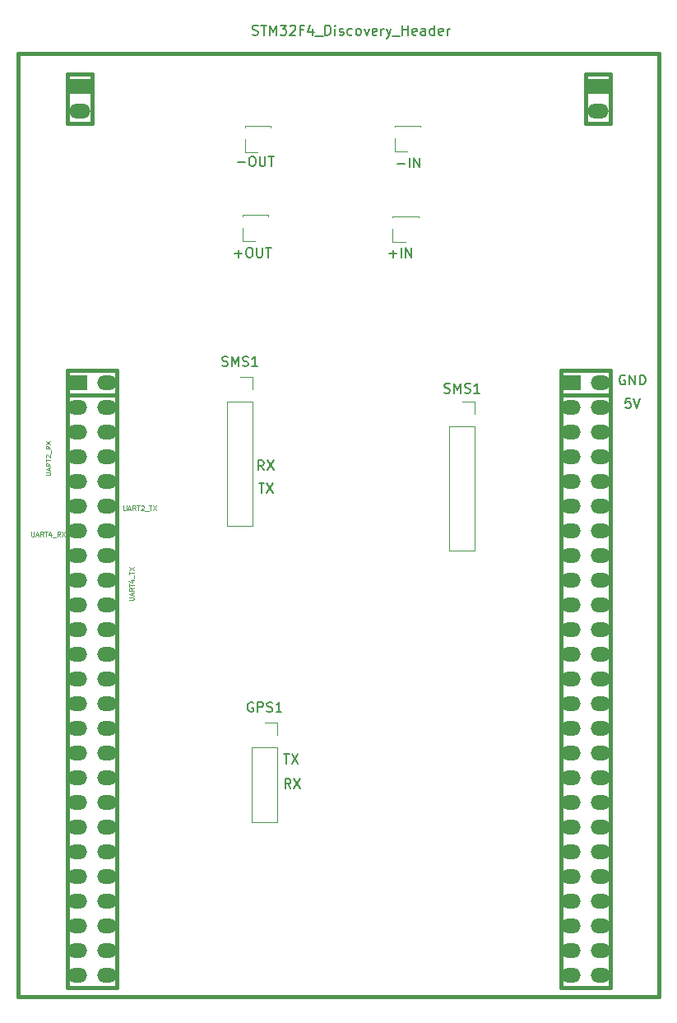
<source format=gbr>
%TF.GenerationSoftware,KiCad,Pcbnew,(7.0.0)*%
%TF.CreationDate,2023-05-29T14:56:51-06:00*%
%TF.ProjectId,GPS_TRACKER,4750535f-5452-4414-934b-45522e6b6963,rev?*%
%TF.SameCoordinates,Original*%
%TF.FileFunction,Legend,Top*%
%TF.FilePolarity,Positive*%
%FSLAX46Y46*%
G04 Gerber Fmt 4.6, Leading zero omitted, Abs format (unit mm)*
G04 Created by KiCad (PCBNEW (7.0.0)) date 2023-05-29 14:56:51*
%MOMM*%
%LPD*%
G01*
G04 APERTURE LIST*
%ADD10C,0.150000*%
%ADD11C,0.125000*%
%ADD12C,0.203200*%
%ADD13C,0.120000*%
%ADD14C,0.381000*%
%ADD15R,2.000000X1.500000*%
%ADD16O,2.000000X1.500000*%
%ADD17R,2.200000X1.500000*%
%ADD18O,2.200000X1.500000*%
G04 APERTURE END LIST*
D10*
X144190037Y-84594219D02*
X144761465Y-84594219D01*
X144475751Y-85594219D02*
X144475751Y-84594219D01*
X144999561Y-84594219D02*
X145666227Y-85594219D01*
X145666227Y-84594219D02*
X144999561Y-85594219D01*
D11*
X122255810Y-83726834D02*
X122660572Y-83726834D01*
X122660572Y-83726834D02*
X122708191Y-83703024D01*
X122708191Y-83703024D02*
X122732000Y-83679215D01*
X122732000Y-83679215D02*
X122755810Y-83631596D01*
X122755810Y-83631596D02*
X122755810Y-83536358D01*
X122755810Y-83536358D02*
X122732000Y-83488739D01*
X122732000Y-83488739D02*
X122708191Y-83464929D01*
X122708191Y-83464929D02*
X122660572Y-83441120D01*
X122660572Y-83441120D02*
X122255810Y-83441120D01*
X122612953Y-83226833D02*
X122612953Y-82988738D01*
X122755810Y-83274452D02*
X122255810Y-83107786D01*
X122255810Y-83107786D02*
X122755810Y-82941119D01*
X122755810Y-82488739D02*
X122517715Y-82655405D01*
X122755810Y-82774453D02*
X122255810Y-82774453D01*
X122255810Y-82774453D02*
X122255810Y-82583977D01*
X122255810Y-82583977D02*
X122279620Y-82536358D01*
X122279620Y-82536358D02*
X122303429Y-82512548D01*
X122303429Y-82512548D02*
X122351048Y-82488739D01*
X122351048Y-82488739D02*
X122422477Y-82488739D01*
X122422477Y-82488739D02*
X122470096Y-82512548D01*
X122470096Y-82512548D02*
X122493905Y-82536358D01*
X122493905Y-82536358D02*
X122517715Y-82583977D01*
X122517715Y-82583977D02*
X122517715Y-82774453D01*
X122255810Y-82345881D02*
X122255810Y-82060167D01*
X122755810Y-82203024D02*
X122255810Y-82203024D01*
X122303429Y-81917310D02*
X122279620Y-81893501D01*
X122279620Y-81893501D02*
X122255810Y-81845882D01*
X122255810Y-81845882D02*
X122255810Y-81726834D01*
X122255810Y-81726834D02*
X122279620Y-81679215D01*
X122279620Y-81679215D02*
X122303429Y-81655406D01*
X122303429Y-81655406D02*
X122351048Y-81631596D01*
X122351048Y-81631596D02*
X122398667Y-81631596D01*
X122398667Y-81631596D02*
X122470096Y-81655406D01*
X122470096Y-81655406D02*
X122755810Y-81941120D01*
X122755810Y-81941120D02*
X122755810Y-81631596D01*
X122803429Y-81536359D02*
X122803429Y-81155406D01*
X122755810Y-80750645D02*
X122517715Y-80917311D01*
X122755810Y-81036359D02*
X122255810Y-81036359D01*
X122255810Y-81036359D02*
X122255810Y-80845883D01*
X122255810Y-80845883D02*
X122279620Y-80798264D01*
X122279620Y-80798264D02*
X122303429Y-80774454D01*
X122303429Y-80774454D02*
X122351048Y-80750645D01*
X122351048Y-80750645D02*
X122422477Y-80750645D01*
X122422477Y-80750645D02*
X122470096Y-80774454D01*
X122470096Y-80774454D02*
X122493905Y-80798264D01*
X122493905Y-80798264D02*
X122517715Y-80845883D01*
X122517715Y-80845883D02*
X122517715Y-81036359D01*
X122255810Y-80583978D02*
X122755810Y-80250645D01*
X122255810Y-80250645D02*
X122755810Y-80583978D01*
X130813397Y-96569873D02*
X131218159Y-96569873D01*
X131218159Y-96569873D02*
X131265778Y-96546063D01*
X131265778Y-96546063D02*
X131289587Y-96522254D01*
X131289587Y-96522254D02*
X131313397Y-96474635D01*
X131313397Y-96474635D02*
X131313397Y-96379397D01*
X131313397Y-96379397D02*
X131289587Y-96331778D01*
X131289587Y-96331778D02*
X131265778Y-96307968D01*
X131265778Y-96307968D02*
X131218159Y-96284159D01*
X131218159Y-96284159D02*
X130813397Y-96284159D01*
X131170540Y-96069872D02*
X131170540Y-95831777D01*
X131313397Y-96117491D02*
X130813397Y-95950825D01*
X130813397Y-95950825D02*
X131313397Y-95784158D01*
X131313397Y-95331778D02*
X131075302Y-95498444D01*
X131313397Y-95617492D02*
X130813397Y-95617492D01*
X130813397Y-95617492D02*
X130813397Y-95427016D01*
X130813397Y-95427016D02*
X130837207Y-95379397D01*
X130837207Y-95379397D02*
X130861016Y-95355587D01*
X130861016Y-95355587D02*
X130908635Y-95331778D01*
X130908635Y-95331778D02*
X130980064Y-95331778D01*
X130980064Y-95331778D02*
X131027683Y-95355587D01*
X131027683Y-95355587D02*
X131051492Y-95379397D01*
X131051492Y-95379397D02*
X131075302Y-95427016D01*
X131075302Y-95427016D02*
X131075302Y-95617492D01*
X130813397Y-95188920D02*
X130813397Y-94903206D01*
X131313397Y-95046063D02*
X130813397Y-95046063D01*
X130980064Y-94522254D02*
X131313397Y-94522254D01*
X130789587Y-94641302D02*
X131146730Y-94760349D01*
X131146730Y-94760349D02*
X131146730Y-94450826D01*
X131361016Y-94379398D02*
X131361016Y-93998445D01*
X130813397Y-93950826D02*
X130813397Y-93665112D01*
X131313397Y-93807969D02*
X130813397Y-93807969D01*
X130813397Y-93546065D02*
X131313397Y-93212732D01*
X130813397Y-93212732D02*
X131313397Y-93546065D01*
D10*
X144703424Y-83227993D02*
X144370091Y-82751803D01*
X144131996Y-83227993D02*
X144131996Y-82227993D01*
X144131996Y-82227993D02*
X144512948Y-82227993D01*
X144512948Y-82227993D02*
X144608186Y-82275613D01*
X144608186Y-82275613D02*
X144655805Y-82323232D01*
X144655805Y-82323232D02*
X144703424Y-82418470D01*
X144703424Y-82418470D02*
X144703424Y-82561327D01*
X144703424Y-82561327D02*
X144655805Y-82656565D01*
X144655805Y-82656565D02*
X144608186Y-82704184D01*
X144608186Y-82704184D02*
X144512948Y-82751803D01*
X144512948Y-82751803D02*
X144131996Y-82751803D01*
X145036758Y-82227993D02*
X145703424Y-83227993D01*
X145703424Y-82227993D02*
X145036758Y-83227993D01*
X157607143Y-60946428D02*
X158369048Y-60946428D01*
X157988095Y-61327380D02*
X157988095Y-60565476D01*
X158845238Y-61327380D02*
X158845238Y-60327380D01*
X159321428Y-61327380D02*
X159321428Y-60327380D01*
X159321428Y-60327380D02*
X159892856Y-61327380D01*
X159892856Y-61327380D02*
X159892856Y-60327380D01*
X158450776Y-51705885D02*
X159212681Y-51705885D01*
X159688871Y-52086837D02*
X159688871Y-51086837D01*
X160165061Y-52086837D02*
X160165061Y-51086837D01*
X160165061Y-51086837D02*
X160736489Y-52086837D01*
X160736489Y-52086837D02*
X160736489Y-51086837D01*
X182427065Y-75834123D02*
X181950875Y-75834123D01*
X181950875Y-75834123D02*
X181903256Y-76310314D01*
X181903256Y-76310314D02*
X181950875Y-76262695D01*
X181950875Y-76262695D02*
X182046113Y-76215076D01*
X182046113Y-76215076D02*
X182284208Y-76215076D01*
X182284208Y-76215076D02*
X182379446Y-76262695D01*
X182379446Y-76262695D02*
X182427065Y-76310314D01*
X182427065Y-76310314D02*
X182474684Y-76405552D01*
X182474684Y-76405552D02*
X182474684Y-76643647D01*
X182474684Y-76643647D02*
X182427065Y-76738885D01*
X182427065Y-76738885D02*
X182379446Y-76786504D01*
X182379446Y-76786504D02*
X182284208Y-76834123D01*
X182284208Y-76834123D02*
X182046113Y-76834123D01*
X182046113Y-76834123D02*
X181950875Y-76786504D01*
X181950875Y-76786504D02*
X181903256Y-76738885D01*
X182760399Y-75834123D02*
X183093732Y-76834123D01*
X183093732Y-76834123D02*
X183427065Y-75834123D01*
X146761918Y-112401652D02*
X147333346Y-112401652D01*
X147047632Y-113401652D02*
X147047632Y-112401652D01*
X147571442Y-112401652D02*
X148238108Y-113401652D01*
X148238108Y-112401652D02*
X147571442Y-113401652D01*
X141700476Y-60946428D02*
X142462381Y-60946428D01*
X142081428Y-61327380D02*
X142081428Y-60565476D01*
X143129047Y-60327380D02*
X143319523Y-60327380D01*
X143319523Y-60327380D02*
X143414761Y-60375000D01*
X143414761Y-60375000D02*
X143509999Y-60470238D01*
X143509999Y-60470238D02*
X143557618Y-60660714D01*
X143557618Y-60660714D02*
X143557618Y-60994047D01*
X143557618Y-60994047D02*
X143509999Y-61184523D01*
X143509999Y-61184523D02*
X143414761Y-61279761D01*
X143414761Y-61279761D02*
X143319523Y-61327380D01*
X143319523Y-61327380D02*
X143129047Y-61327380D01*
X143129047Y-61327380D02*
X143033809Y-61279761D01*
X143033809Y-61279761D02*
X142938571Y-61184523D01*
X142938571Y-61184523D02*
X142890952Y-60994047D01*
X142890952Y-60994047D02*
X142890952Y-60660714D01*
X142890952Y-60660714D02*
X142938571Y-60470238D01*
X142938571Y-60470238D02*
X143033809Y-60375000D01*
X143033809Y-60375000D02*
X143129047Y-60327380D01*
X143986190Y-60327380D02*
X143986190Y-61136904D01*
X143986190Y-61136904D02*
X144033809Y-61232142D01*
X144033809Y-61232142D02*
X144081428Y-61279761D01*
X144081428Y-61279761D02*
X144176666Y-61327380D01*
X144176666Y-61327380D02*
X144367142Y-61327380D01*
X144367142Y-61327380D02*
X144462380Y-61279761D01*
X144462380Y-61279761D02*
X144509999Y-61232142D01*
X144509999Y-61232142D02*
X144557618Y-61136904D01*
X144557618Y-61136904D02*
X144557618Y-60327380D01*
X144890952Y-60327380D02*
X145462380Y-60327380D01*
X145176666Y-61327380D02*
X145176666Y-60327380D01*
D11*
X120769047Y-89561190D02*
X120769047Y-89965952D01*
X120769047Y-89965952D02*
X120792857Y-90013571D01*
X120792857Y-90013571D02*
X120816666Y-90037380D01*
X120816666Y-90037380D02*
X120864285Y-90061190D01*
X120864285Y-90061190D02*
X120959523Y-90061190D01*
X120959523Y-90061190D02*
X121007142Y-90037380D01*
X121007142Y-90037380D02*
X121030952Y-90013571D01*
X121030952Y-90013571D02*
X121054761Y-89965952D01*
X121054761Y-89965952D02*
X121054761Y-89561190D01*
X121269048Y-89918333D02*
X121507143Y-89918333D01*
X121221429Y-90061190D02*
X121388095Y-89561190D01*
X121388095Y-89561190D02*
X121554762Y-90061190D01*
X122007142Y-90061190D02*
X121840476Y-89823095D01*
X121721428Y-90061190D02*
X121721428Y-89561190D01*
X121721428Y-89561190D02*
X121911904Y-89561190D01*
X121911904Y-89561190D02*
X121959523Y-89585000D01*
X121959523Y-89585000D02*
X121983333Y-89608809D01*
X121983333Y-89608809D02*
X122007142Y-89656428D01*
X122007142Y-89656428D02*
X122007142Y-89727857D01*
X122007142Y-89727857D02*
X121983333Y-89775476D01*
X121983333Y-89775476D02*
X121959523Y-89799285D01*
X121959523Y-89799285D02*
X121911904Y-89823095D01*
X121911904Y-89823095D02*
X121721428Y-89823095D01*
X122150000Y-89561190D02*
X122435714Y-89561190D01*
X122292857Y-90061190D02*
X122292857Y-89561190D01*
X122816666Y-89727857D02*
X122816666Y-90061190D01*
X122697618Y-89537380D02*
X122578571Y-89894523D01*
X122578571Y-89894523D02*
X122888094Y-89894523D01*
X122959523Y-90108809D02*
X123340475Y-90108809D01*
X123745236Y-90061190D02*
X123578570Y-89823095D01*
X123459522Y-90061190D02*
X123459522Y-89561190D01*
X123459522Y-89561190D02*
X123649998Y-89561190D01*
X123649998Y-89561190D02*
X123697617Y-89585000D01*
X123697617Y-89585000D02*
X123721427Y-89608809D01*
X123721427Y-89608809D02*
X123745236Y-89656428D01*
X123745236Y-89656428D02*
X123745236Y-89727857D01*
X123745236Y-89727857D02*
X123721427Y-89775476D01*
X123721427Y-89775476D02*
X123697617Y-89799285D01*
X123697617Y-89799285D02*
X123649998Y-89823095D01*
X123649998Y-89823095D02*
X123459522Y-89823095D01*
X123911903Y-89561190D02*
X124245236Y-90061190D01*
X124245236Y-89561190D02*
X123911903Y-90061190D01*
X130260498Y-86875487D02*
X130260498Y-87280249D01*
X130260498Y-87280249D02*
X130284308Y-87327868D01*
X130284308Y-87327868D02*
X130308117Y-87351677D01*
X130308117Y-87351677D02*
X130355736Y-87375487D01*
X130355736Y-87375487D02*
X130450974Y-87375487D01*
X130450974Y-87375487D02*
X130498593Y-87351677D01*
X130498593Y-87351677D02*
X130522403Y-87327868D01*
X130522403Y-87327868D02*
X130546212Y-87280249D01*
X130546212Y-87280249D02*
X130546212Y-86875487D01*
X130760499Y-87232630D02*
X130998594Y-87232630D01*
X130712880Y-87375487D02*
X130879546Y-86875487D01*
X130879546Y-86875487D02*
X131046213Y-87375487D01*
X131498593Y-87375487D02*
X131331927Y-87137392D01*
X131212879Y-87375487D02*
X131212879Y-86875487D01*
X131212879Y-86875487D02*
X131403355Y-86875487D01*
X131403355Y-86875487D02*
X131450974Y-86899297D01*
X131450974Y-86899297D02*
X131474784Y-86923106D01*
X131474784Y-86923106D02*
X131498593Y-86970725D01*
X131498593Y-86970725D02*
X131498593Y-87042154D01*
X131498593Y-87042154D02*
X131474784Y-87089773D01*
X131474784Y-87089773D02*
X131450974Y-87113582D01*
X131450974Y-87113582D02*
X131403355Y-87137392D01*
X131403355Y-87137392D02*
X131212879Y-87137392D01*
X131641451Y-86875487D02*
X131927165Y-86875487D01*
X131784308Y-87375487D02*
X131784308Y-86875487D01*
X132070022Y-86923106D02*
X132093831Y-86899297D01*
X132093831Y-86899297D02*
X132141450Y-86875487D01*
X132141450Y-86875487D02*
X132260498Y-86875487D01*
X132260498Y-86875487D02*
X132308117Y-86899297D01*
X132308117Y-86899297D02*
X132331926Y-86923106D01*
X132331926Y-86923106D02*
X132355736Y-86970725D01*
X132355736Y-86970725D02*
X132355736Y-87018344D01*
X132355736Y-87018344D02*
X132331926Y-87089773D01*
X132331926Y-87089773D02*
X132046212Y-87375487D01*
X132046212Y-87375487D02*
X132355736Y-87375487D01*
X132450974Y-87423106D02*
X132831926Y-87423106D01*
X132879545Y-86875487D02*
X133165259Y-86875487D01*
X133022402Y-87375487D02*
X133022402Y-86875487D01*
X133284306Y-86875487D02*
X133617639Y-87375487D01*
X133617639Y-86875487D02*
X133284306Y-87375487D01*
D10*
X147476488Y-115950598D02*
X147143155Y-115474408D01*
X146905060Y-115950598D02*
X146905060Y-114950598D01*
X146905060Y-114950598D02*
X147286012Y-114950598D01*
X147286012Y-114950598D02*
X147381250Y-114998218D01*
X147381250Y-114998218D02*
X147428869Y-115045837D01*
X147428869Y-115045837D02*
X147476488Y-115141075D01*
X147476488Y-115141075D02*
X147476488Y-115283932D01*
X147476488Y-115283932D02*
X147428869Y-115379170D01*
X147428869Y-115379170D02*
X147381250Y-115426789D01*
X147381250Y-115426789D02*
X147286012Y-115474408D01*
X147286012Y-115474408D02*
X146905060Y-115474408D01*
X147809822Y-114950598D02*
X148476488Y-115950598D01*
X148476488Y-114950598D02*
X147809822Y-115950598D01*
X141993691Y-51567546D02*
X142755596Y-51567546D01*
X143422262Y-50948498D02*
X143612738Y-50948498D01*
X143612738Y-50948498D02*
X143707976Y-50996118D01*
X143707976Y-50996118D02*
X143803214Y-51091356D01*
X143803214Y-51091356D02*
X143850833Y-51281832D01*
X143850833Y-51281832D02*
X143850833Y-51615165D01*
X143850833Y-51615165D02*
X143803214Y-51805641D01*
X143803214Y-51805641D02*
X143707976Y-51900879D01*
X143707976Y-51900879D02*
X143612738Y-51948498D01*
X143612738Y-51948498D02*
X143422262Y-51948498D01*
X143422262Y-51948498D02*
X143327024Y-51900879D01*
X143327024Y-51900879D02*
X143231786Y-51805641D01*
X143231786Y-51805641D02*
X143184167Y-51615165D01*
X143184167Y-51615165D02*
X143184167Y-51281832D01*
X143184167Y-51281832D02*
X143231786Y-51091356D01*
X143231786Y-51091356D02*
X143327024Y-50996118D01*
X143327024Y-50996118D02*
X143422262Y-50948498D01*
X144279405Y-50948498D02*
X144279405Y-51758022D01*
X144279405Y-51758022D02*
X144327024Y-51853260D01*
X144327024Y-51853260D02*
X144374643Y-51900879D01*
X144374643Y-51900879D02*
X144469881Y-51948498D01*
X144469881Y-51948498D02*
X144660357Y-51948498D01*
X144660357Y-51948498D02*
X144755595Y-51900879D01*
X144755595Y-51900879D02*
X144803214Y-51853260D01*
X144803214Y-51853260D02*
X144850833Y-51758022D01*
X144850833Y-51758022D02*
X144850833Y-50948498D01*
X145184167Y-50948498D02*
X145755595Y-50948498D01*
X145469881Y-51948498D02*
X145469881Y-50948498D01*
X181878559Y-73476688D02*
X181783321Y-73429068D01*
X181783321Y-73429068D02*
X181640464Y-73429068D01*
X181640464Y-73429068D02*
X181497607Y-73476688D01*
X181497607Y-73476688D02*
X181402369Y-73571926D01*
X181402369Y-73571926D02*
X181354750Y-73667164D01*
X181354750Y-73667164D02*
X181307131Y-73857640D01*
X181307131Y-73857640D02*
X181307131Y-74000497D01*
X181307131Y-74000497D02*
X181354750Y-74190973D01*
X181354750Y-74190973D02*
X181402369Y-74286211D01*
X181402369Y-74286211D02*
X181497607Y-74381449D01*
X181497607Y-74381449D02*
X181640464Y-74429068D01*
X181640464Y-74429068D02*
X181735702Y-74429068D01*
X181735702Y-74429068D02*
X181878559Y-74381449D01*
X181878559Y-74381449D02*
X181926178Y-74333830D01*
X181926178Y-74333830D02*
X181926178Y-74000497D01*
X181926178Y-74000497D02*
X181735702Y-74000497D01*
X182354750Y-74429068D02*
X182354750Y-73429068D01*
X182354750Y-73429068D02*
X182926178Y-74429068D01*
X182926178Y-74429068D02*
X182926178Y-73429068D01*
X183402369Y-74429068D02*
X183402369Y-73429068D01*
X183402369Y-73429068D02*
X183640464Y-73429068D01*
X183640464Y-73429068D02*
X183783321Y-73476688D01*
X183783321Y-73476688D02*
X183878559Y-73571926D01*
X183878559Y-73571926D02*
X183926178Y-73667164D01*
X183926178Y-73667164D02*
X183973797Y-73857640D01*
X183973797Y-73857640D02*
X183973797Y-74000497D01*
X183973797Y-74000497D02*
X183926178Y-74190973D01*
X183926178Y-74190973D02*
X183878559Y-74286211D01*
X183878559Y-74286211D02*
X183783321Y-74381449D01*
X183783321Y-74381449D02*
X183640464Y-74429068D01*
X183640464Y-74429068D02*
X183402369Y-74429068D01*
%TO.C,SMS1*%
X140430476Y-72479761D02*
X140573333Y-72527380D01*
X140573333Y-72527380D02*
X140811428Y-72527380D01*
X140811428Y-72527380D02*
X140906666Y-72479761D01*
X140906666Y-72479761D02*
X140954285Y-72432142D01*
X140954285Y-72432142D02*
X141001904Y-72336904D01*
X141001904Y-72336904D02*
X141001904Y-72241666D01*
X141001904Y-72241666D02*
X140954285Y-72146428D01*
X140954285Y-72146428D02*
X140906666Y-72098809D01*
X140906666Y-72098809D02*
X140811428Y-72051190D01*
X140811428Y-72051190D02*
X140620952Y-72003571D01*
X140620952Y-72003571D02*
X140525714Y-71955952D01*
X140525714Y-71955952D02*
X140478095Y-71908333D01*
X140478095Y-71908333D02*
X140430476Y-71813095D01*
X140430476Y-71813095D02*
X140430476Y-71717857D01*
X140430476Y-71717857D02*
X140478095Y-71622619D01*
X140478095Y-71622619D02*
X140525714Y-71575000D01*
X140525714Y-71575000D02*
X140620952Y-71527380D01*
X140620952Y-71527380D02*
X140859047Y-71527380D01*
X140859047Y-71527380D02*
X141001904Y-71575000D01*
X141430476Y-72527380D02*
X141430476Y-71527380D01*
X141430476Y-71527380D02*
X141763809Y-72241666D01*
X141763809Y-72241666D02*
X142097142Y-71527380D01*
X142097142Y-71527380D02*
X142097142Y-72527380D01*
X142525714Y-72479761D02*
X142668571Y-72527380D01*
X142668571Y-72527380D02*
X142906666Y-72527380D01*
X142906666Y-72527380D02*
X143001904Y-72479761D01*
X143001904Y-72479761D02*
X143049523Y-72432142D01*
X143049523Y-72432142D02*
X143097142Y-72336904D01*
X143097142Y-72336904D02*
X143097142Y-72241666D01*
X143097142Y-72241666D02*
X143049523Y-72146428D01*
X143049523Y-72146428D02*
X143001904Y-72098809D01*
X143001904Y-72098809D02*
X142906666Y-72051190D01*
X142906666Y-72051190D02*
X142716190Y-72003571D01*
X142716190Y-72003571D02*
X142620952Y-71955952D01*
X142620952Y-71955952D02*
X142573333Y-71908333D01*
X142573333Y-71908333D02*
X142525714Y-71813095D01*
X142525714Y-71813095D02*
X142525714Y-71717857D01*
X142525714Y-71717857D02*
X142573333Y-71622619D01*
X142573333Y-71622619D02*
X142620952Y-71575000D01*
X142620952Y-71575000D02*
X142716190Y-71527380D01*
X142716190Y-71527380D02*
X142954285Y-71527380D01*
X142954285Y-71527380D02*
X143097142Y-71575000D01*
X144049523Y-72527380D02*
X143478095Y-72527380D01*
X143763809Y-72527380D02*
X143763809Y-71527380D01*
X143763809Y-71527380D02*
X143668571Y-71670238D01*
X143668571Y-71670238D02*
X143573333Y-71765476D01*
X143573333Y-71765476D02*
X143478095Y-71813095D01*
%TO.C,GPS1*%
X143589523Y-107135000D02*
X143494285Y-107087380D01*
X143494285Y-107087380D02*
X143351428Y-107087380D01*
X143351428Y-107087380D02*
X143208571Y-107135000D01*
X143208571Y-107135000D02*
X143113333Y-107230238D01*
X143113333Y-107230238D02*
X143065714Y-107325476D01*
X143065714Y-107325476D02*
X143018095Y-107515952D01*
X143018095Y-107515952D02*
X143018095Y-107658809D01*
X143018095Y-107658809D02*
X143065714Y-107849285D01*
X143065714Y-107849285D02*
X143113333Y-107944523D01*
X143113333Y-107944523D02*
X143208571Y-108039761D01*
X143208571Y-108039761D02*
X143351428Y-108087380D01*
X143351428Y-108087380D02*
X143446666Y-108087380D01*
X143446666Y-108087380D02*
X143589523Y-108039761D01*
X143589523Y-108039761D02*
X143637142Y-107992142D01*
X143637142Y-107992142D02*
X143637142Y-107658809D01*
X143637142Y-107658809D02*
X143446666Y-107658809D01*
X144065714Y-108087380D02*
X144065714Y-107087380D01*
X144065714Y-107087380D02*
X144446666Y-107087380D01*
X144446666Y-107087380D02*
X144541904Y-107135000D01*
X144541904Y-107135000D02*
X144589523Y-107182619D01*
X144589523Y-107182619D02*
X144637142Y-107277857D01*
X144637142Y-107277857D02*
X144637142Y-107420714D01*
X144637142Y-107420714D02*
X144589523Y-107515952D01*
X144589523Y-107515952D02*
X144541904Y-107563571D01*
X144541904Y-107563571D02*
X144446666Y-107611190D01*
X144446666Y-107611190D02*
X144065714Y-107611190D01*
X145018095Y-108039761D02*
X145160952Y-108087380D01*
X145160952Y-108087380D02*
X145399047Y-108087380D01*
X145399047Y-108087380D02*
X145494285Y-108039761D01*
X145494285Y-108039761D02*
X145541904Y-107992142D01*
X145541904Y-107992142D02*
X145589523Y-107896904D01*
X145589523Y-107896904D02*
X145589523Y-107801666D01*
X145589523Y-107801666D02*
X145541904Y-107706428D01*
X145541904Y-107706428D02*
X145494285Y-107658809D01*
X145494285Y-107658809D02*
X145399047Y-107611190D01*
X145399047Y-107611190D02*
X145208571Y-107563571D01*
X145208571Y-107563571D02*
X145113333Y-107515952D01*
X145113333Y-107515952D02*
X145065714Y-107468333D01*
X145065714Y-107468333D02*
X145018095Y-107373095D01*
X145018095Y-107373095D02*
X145018095Y-107277857D01*
X145018095Y-107277857D02*
X145065714Y-107182619D01*
X145065714Y-107182619D02*
X145113333Y-107135000D01*
X145113333Y-107135000D02*
X145208571Y-107087380D01*
X145208571Y-107087380D02*
X145446666Y-107087380D01*
X145446666Y-107087380D02*
X145589523Y-107135000D01*
X146541904Y-108087380D02*
X145970476Y-108087380D01*
X146256190Y-108087380D02*
X146256190Y-107087380D01*
X146256190Y-107087380D02*
X146160952Y-107230238D01*
X146160952Y-107230238D02*
X146065714Y-107325476D01*
X146065714Y-107325476D02*
X145970476Y-107373095D01*
%TO.C,SMS1*%
X163290476Y-75249761D02*
X163433333Y-75297380D01*
X163433333Y-75297380D02*
X163671428Y-75297380D01*
X163671428Y-75297380D02*
X163766666Y-75249761D01*
X163766666Y-75249761D02*
X163814285Y-75202142D01*
X163814285Y-75202142D02*
X163861904Y-75106904D01*
X163861904Y-75106904D02*
X163861904Y-75011666D01*
X163861904Y-75011666D02*
X163814285Y-74916428D01*
X163814285Y-74916428D02*
X163766666Y-74868809D01*
X163766666Y-74868809D02*
X163671428Y-74821190D01*
X163671428Y-74821190D02*
X163480952Y-74773571D01*
X163480952Y-74773571D02*
X163385714Y-74725952D01*
X163385714Y-74725952D02*
X163338095Y-74678333D01*
X163338095Y-74678333D02*
X163290476Y-74583095D01*
X163290476Y-74583095D02*
X163290476Y-74487857D01*
X163290476Y-74487857D02*
X163338095Y-74392619D01*
X163338095Y-74392619D02*
X163385714Y-74345000D01*
X163385714Y-74345000D02*
X163480952Y-74297380D01*
X163480952Y-74297380D02*
X163719047Y-74297380D01*
X163719047Y-74297380D02*
X163861904Y-74345000D01*
X164290476Y-75297380D02*
X164290476Y-74297380D01*
X164290476Y-74297380D02*
X164623809Y-75011666D01*
X164623809Y-75011666D02*
X164957142Y-74297380D01*
X164957142Y-74297380D02*
X164957142Y-75297380D01*
X165385714Y-75249761D02*
X165528571Y-75297380D01*
X165528571Y-75297380D02*
X165766666Y-75297380D01*
X165766666Y-75297380D02*
X165861904Y-75249761D01*
X165861904Y-75249761D02*
X165909523Y-75202142D01*
X165909523Y-75202142D02*
X165957142Y-75106904D01*
X165957142Y-75106904D02*
X165957142Y-75011666D01*
X165957142Y-75011666D02*
X165909523Y-74916428D01*
X165909523Y-74916428D02*
X165861904Y-74868809D01*
X165861904Y-74868809D02*
X165766666Y-74821190D01*
X165766666Y-74821190D02*
X165576190Y-74773571D01*
X165576190Y-74773571D02*
X165480952Y-74725952D01*
X165480952Y-74725952D02*
X165433333Y-74678333D01*
X165433333Y-74678333D02*
X165385714Y-74583095D01*
X165385714Y-74583095D02*
X165385714Y-74487857D01*
X165385714Y-74487857D02*
X165433333Y-74392619D01*
X165433333Y-74392619D02*
X165480952Y-74345000D01*
X165480952Y-74345000D02*
X165576190Y-74297380D01*
X165576190Y-74297380D02*
X165814285Y-74297380D01*
X165814285Y-74297380D02*
X165957142Y-74345000D01*
X166909523Y-75297380D02*
X166338095Y-75297380D01*
X166623809Y-75297380D02*
X166623809Y-74297380D01*
X166623809Y-74297380D02*
X166528571Y-74440238D01*
X166528571Y-74440238D02*
X166433333Y-74535476D01*
X166433333Y-74535476D02*
X166338095Y-74583095D01*
D12*
%TO.C,STM32F4_Discovery_Header*%
X143534191Y-38424878D02*
X143679334Y-38473259D01*
X143679334Y-38473259D02*
X143921239Y-38473259D01*
X143921239Y-38473259D02*
X144018001Y-38424878D01*
X144018001Y-38424878D02*
X144066382Y-38376497D01*
X144066382Y-38376497D02*
X144114763Y-38279735D01*
X144114763Y-38279735D02*
X144114763Y-38182973D01*
X144114763Y-38182973D02*
X144066382Y-38086211D01*
X144066382Y-38086211D02*
X144018001Y-38037830D01*
X144018001Y-38037830D02*
X143921239Y-37989449D01*
X143921239Y-37989449D02*
X143727715Y-37941068D01*
X143727715Y-37941068D02*
X143630953Y-37892687D01*
X143630953Y-37892687D02*
X143582572Y-37844306D01*
X143582572Y-37844306D02*
X143534191Y-37747544D01*
X143534191Y-37747544D02*
X143534191Y-37650782D01*
X143534191Y-37650782D02*
X143582572Y-37554020D01*
X143582572Y-37554020D02*
X143630953Y-37505640D01*
X143630953Y-37505640D02*
X143727715Y-37457259D01*
X143727715Y-37457259D02*
X143969620Y-37457259D01*
X143969620Y-37457259D02*
X144114763Y-37505640D01*
X144405048Y-37457259D02*
X144985620Y-37457259D01*
X144695334Y-38473259D02*
X144695334Y-37457259D01*
X145324286Y-38473259D02*
X145324286Y-37457259D01*
X145324286Y-37457259D02*
X145662953Y-38182973D01*
X145662953Y-38182973D02*
X146001620Y-37457259D01*
X146001620Y-37457259D02*
X146001620Y-38473259D01*
X146388667Y-37457259D02*
X147017620Y-37457259D01*
X147017620Y-37457259D02*
X146678953Y-37844306D01*
X146678953Y-37844306D02*
X146824096Y-37844306D01*
X146824096Y-37844306D02*
X146920858Y-37892687D01*
X146920858Y-37892687D02*
X146969239Y-37941068D01*
X146969239Y-37941068D02*
X147017620Y-38037830D01*
X147017620Y-38037830D02*
X147017620Y-38279735D01*
X147017620Y-38279735D02*
X146969239Y-38376497D01*
X146969239Y-38376497D02*
X146920858Y-38424878D01*
X146920858Y-38424878D02*
X146824096Y-38473259D01*
X146824096Y-38473259D02*
X146533810Y-38473259D01*
X146533810Y-38473259D02*
X146437048Y-38424878D01*
X146437048Y-38424878D02*
X146388667Y-38376497D01*
X147404667Y-37554020D02*
X147453048Y-37505640D01*
X147453048Y-37505640D02*
X147549810Y-37457259D01*
X147549810Y-37457259D02*
X147791715Y-37457259D01*
X147791715Y-37457259D02*
X147888477Y-37505640D01*
X147888477Y-37505640D02*
X147936858Y-37554020D01*
X147936858Y-37554020D02*
X147985239Y-37650782D01*
X147985239Y-37650782D02*
X147985239Y-37747544D01*
X147985239Y-37747544D02*
X147936858Y-37892687D01*
X147936858Y-37892687D02*
X147356286Y-38473259D01*
X147356286Y-38473259D02*
X147985239Y-38473259D01*
X148759334Y-37941068D02*
X148420667Y-37941068D01*
X148420667Y-38473259D02*
X148420667Y-37457259D01*
X148420667Y-37457259D02*
X148904477Y-37457259D01*
X149726953Y-37795925D02*
X149726953Y-38473259D01*
X149485048Y-37408878D02*
X149243143Y-38134592D01*
X149243143Y-38134592D02*
X149872096Y-38134592D01*
X150017239Y-38570020D02*
X150791334Y-38570020D01*
X151033238Y-38473259D02*
X151033238Y-37457259D01*
X151033238Y-37457259D02*
X151275143Y-37457259D01*
X151275143Y-37457259D02*
X151420286Y-37505640D01*
X151420286Y-37505640D02*
X151517048Y-37602401D01*
X151517048Y-37602401D02*
X151565429Y-37699163D01*
X151565429Y-37699163D02*
X151613810Y-37892687D01*
X151613810Y-37892687D02*
X151613810Y-38037830D01*
X151613810Y-38037830D02*
X151565429Y-38231354D01*
X151565429Y-38231354D02*
X151517048Y-38328116D01*
X151517048Y-38328116D02*
X151420286Y-38424878D01*
X151420286Y-38424878D02*
X151275143Y-38473259D01*
X151275143Y-38473259D02*
X151033238Y-38473259D01*
X152049238Y-38473259D02*
X152049238Y-37795925D01*
X152049238Y-37457259D02*
X152000857Y-37505640D01*
X152000857Y-37505640D02*
X152049238Y-37554020D01*
X152049238Y-37554020D02*
X152097619Y-37505640D01*
X152097619Y-37505640D02*
X152049238Y-37457259D01*
X152049238Y-37457259D02*
X152049238Y-37554020D01*
X152484667Y-38424878D02*
X152581429Y-38473259D01*
X152581429Y-38473259D02*
X152774953Y-38473259D01*
X152774953Y-38473259D02*
X152871715Y-38424878D01*
X152871715Y-38424878D02*
X152920096Y-38328116D01*
X152920096Y-38328116D02*
X152920096Y-38279735D01*
X152920096Y-38279735D02*
X152871715Y-38182973D01*
X152871715Y-38182973D02*
X152774953Y-38134592D01*
X152774953Y-38134592D02*
X152629810Y-38134592D01*
X152629810Y-38134592D02*
X152533048Y-38086211D01*
X152533048Y-38086211D02*
X152484667Y-37989449D01*
X152484667Y-37989449D02*
X152484667Y-37941068D01*
X152484667Y-37941068D02*
X152533048Y-37844306D01*
X152533048Y-37844306D02*
X152629810Y-37795925D01*
X152629810Y-37795925D02*
X152774953Y-37795925D01*
X152774953Y-37795925D02*
X152871715Y-37844306D01*
X153790953Y-38424878D02*
X153694191Y-38473259D01*
X153694191Y-38473259D02*
X153500667Y-38473259D01*
X153500667Y-38473259D02*
X153403905Y-38424878D01*
X153403905Y-38424878D02*
X153355524Y-38376497D01*
X153355524Y-38376497D02*
X153307143Y-38279735D01*
X153307143Y-38279735D02*
X153307143Y-37989449D01*
X153307143Y-37989449D02*
X153355524Y-37892687D01*
X153355524Y-37892687D02*
X153403905Y-37844306D01*
X153403905Y-37844306D02*
X153500667Y-37795925D01*
X153500667Y-37795925D02*
X153694191Y-37795925D01*
X153694191Y-37795925D02*
X153790953Y-37844306D01*
X154371524Y-38473259D02*
X154274762Y-38424878D01*
X154274762Y-38424878D02*
X154226381Y-38376497D01*
X154226381Y-38376497D02*
X154178000Y-38279735D01*
X154178000Y-38279735D02*
X154178000Y-37989449D01*
X154178000Y-37989449D02*
X154226381Y-37892687D01*
X154226381Y-37892687D02*
X154274762Y-37844306D01*
X154274762Y-37844306D02*
X154371524Y-37795925D01*
X154371524Y-37795925D02*
X154516667Y-37795925D01*
X154516667Y-37795925D02*
X154613429Y-37844306D01*
X154613429Y-37844306D02*
X154661810Y-37892687D01*
X154661810Y-37892687D02*
X154710191Y-37989449D01*
X154710191Y-37989449D02*
X154710191Y-38279735D01*
X154710191Y-38279735D02*
X154661810Y-38376497D01*
X154661810Y-38376497D02*
X154613429Y-38424878D01*
X154613429Y-38424878D02*
X154516667Y-38473259D01*
X154516667Y-38473259D02*
X154371524Y-38473259D01*
X155048857Y-37795925D02*
X155290762Y-38473259D01*
X155290762Y-38473259D02*
X155532667Y-37795925D01*
X156306762Y-38424878D02*
X156210000Y-38473259D01*
X156210000Y-38473259D02*
X156016476Y-38473259D01*
X156016476Y-38473259D02*
X155919714Y-38424878D01*
X155919714Y-38424878D02*
X155871333Y-38328116D01*
X155871333Y-38328116D02*
X155871333Y-37941068D01*
X155871333Y-37941068D02*
X155919714Y-37844306D01*
X155919714Y-37844306D02*
X156016476Y-37795925D01*
X156016476Y-37795925D02*
X156210000Y-37795925D01*
X156210000Y-37795925D02*
X156306762Y-37844306D01*
X156306762Y-37844306D02*
X156355143Y-37941068D01*
X156355143Y-37941068D02*
X156355143Y-38037830D01*
X156355143Y-38037830D02*
X155871333Y-38134592D01*
X156790571Y-38473259D02*
X156790571Y-37795925D01*
X156790571Y-37989449D02*
X156838952Y-37892687D01*
X156838952Y-37892687D02*
X156887333Y-37844306D01*
X156887333Y-37844306D02*
X156984095Y-37795925D01*
X156984095Y-37795925D02*
X157080857Y-37795925D01*
X157322761Y-37795925D02*
X157564666Y-38473259D01*
X157806571Y-37795925D02*
X157564666Y-38473259D01*
X157564666Y-38473259D02*
X157467904Y-38715163D01*
X157467904Y-38715163D02*
X157419523Y-38763544D01*
X157419523Y-38763544D02*
X157322761Y-38811925D01*
X157951714Y-38570020D02*
X158725809Y-38570020D01*
X158967713Y-38473259D02*
X158967713Y-37457259D01*
X158967713Y-37941068D02*
X159548285Y-37941068D01*
X159548285Y-38473259D02*
X159548285Y-37457259D01*
X160419142Y-38424878D02*
X160322380Y-38473259D01*
X160322380Y-38473259D02*
X160128856Y-38473259D01*
X160128856Y-38473259D02*
X160032094Y-38424878D01*
X160032094Y-38424878D02*
X159983713Y-38328116D01*
X159983713Y-38328116D02*
X159983713Y-37941068D01*
X159983713Y-37941068D02*
X160032094Y-37844306D01*
X160032094Y-37844306D02*
X160128856Y-37795925D01*
X160128856Y-37795925D02*
X160322380Y-37795925D01*
X160322380Y-37795925D02*
X160419142Y-37844306D01*
X160419142Y-37844306D02*
X160467523Y-37941068D01*
X160467523Y-37941068D02*
X160467523Y-38037830D01*
X160467523Y-38037830D02*
X159983713Y-38134592D01*
X161338380Y-38473259D02*
X161338380Y-37941068D01*
X161338380Y-37941068D02*
X161289999Y-37844306D01*
X161289999Y-37844306D02*
X161193237Y-37795925D01*
X161193237Y-37795925D02*
X160999713Y-37795925D01*
X160999713Y-37795925D02*
X160902951Y-37844306D01*
X161338380Y-38424878D02*
X161241618Y-38473259D01*
X161241618Y-38473259D02*
X160999713Y-38473259D01*
X160999713Y-38473259D02*
X160902951Y-38424878D01*
X160902951Y-38424878D02*
X160854570Y-38328116D01*
X160854570Y-38328116D02*
X160854570Y-38231354D01*
X160854570Y-38231354D02*
X160902951Y-38134592D01*
X160902951Y-38134592D02*
X160999713Y-38086211D01*
X160999713Y-38086211D02*
X161241618Y-38086211D01*
X161241618Y-38086211D02*
X161338380Y-38037830D01*
X162257618Y-38473259D02*
X162257618Y-37457259D01*
X162257618Y-38424878D02*
X162160856Y-38473259D01*
X162160856Y-38473259D02*
X161967332Y-38473259D01*
X161967332Y-38473259D02*
X161870570Y-38424878D01*
X161870570Y-38424878D02*
X161822189Y-38376497D01*
X161822189Y-38376497D02*
X161773808Y-38279735D01*
X161773808Y-38279735D02*
X161773808Y-37989449D01*
X161773808Y-37989449D02*
X161822189Y-37892687D01*
X161822189Y-37892687D02*
X161870570Y-37844306D01*
X161870570Y-37844306D02*
X161967332Y-37795925D01*
X161967332Y-37795925D02*
X162160856Y-37795925D01*
X162160856Y-37795925D02*
X162257618Y-37844306D01*
X163128475Y-38424878D02*
X163031713Y-38473259D01*
X163031713Y-38473259D02*
X162838189Y-38473259D01*
X162838189Y-38473259D02*
X162741427Y-38424878D01*
X162741427Y-38424878D02*
X162693046Y-38328116D01*
X162693046Y-38328116D02*
X162693046Y-37941068D01*
X162693046Y-37941068D02*
X162741427Y-37844306D01*
X162741427Y-37844306D02*
X162838189Y-37795925D01*
X162838189Y-37795925D02*
X163031713Y-37795925D01*
X163031713Y-37795925D02*
X163128475Y-37844306D01*
X163128475Y-37844306D02*
X163176856Y-37941068D01*
X163176856Y-37941068D02*
X163176856Y-38037830D01*
X163176856Y-38037830D02*
X162693046Y-38134592D01*
X163612284Y-38473259D02*
X163612284Y-37795925D01*
X163612284Y-37989449D02*
X163660665Y-37892687D01*
X163660665Y-37892687D02*
X163709046Y-37844306D01*
X163709046Y-37844306D02*
X163805808Y-37795925D01*
X163805808Y-37795925D02*
X163902570Y-37795925D01*
D13*
%TO.C,SMS1*%
X140910000Y-76200000D02*
X140910000Y-88960000D01*
X140910000Y-76200000D02*
X143570000Y-76200000D01*
X140910000Y-88960000D02*
X143570000Y-88960000D01*
X142240000Y-73600000D02*
X143570000Y-73600000D01*
X143570000Y-73600000D02*
X143570000Y-74930000D01*
X143570000Y-76200000D02*
X143570000Y-88960000D01*
%TO.C,BuckConverter1*%
X160831626Y-47904406D02*
X160831626Y-47784406D01*
X160831626Y-47784406D02*
X158171626Y-47784406D01*
X159501626Y-50444406D02*
X158171626Y-50444406D01*
X158171626Y-50444406D02*
X158171626Y-49114406D01*
X158171626Y-47904406D02*
X158171626Y-47784406D01*
X160609107Y-57210000D02*
X160609107Y-57090000D01*
X160609107Y-57090000D02*
X157949107Y-57090000D01*
X159279107Y-59750000D02*
X157949107Y-59750000D01*
X157949107Y-59750000D02*
X157949107Y-58420000D01*
X157949107Y-57210000D02*
X157949107Y-57090000D01*
X145147383Y-57113502D02*
X145147383Y-56993502D01*
X145147383Y-56993502D02*
X142487383Y-56993502D01*
X143817383Y-59653502D02*
X142487383Y-59653502D01*
X142487383Y-59653502D02*
X142487383Y-58323502D01*
X142487383Y-57113502D02*
X142487383Y-56993502D01*
%TO.C,GPS1*%
X143450000Y-111760000D02*
X143450000Y-119440000D01*
X143450000Y-111760000D02*
X146110000Y-111760000D01*
X143450000Y-119440000D02*
X146110000Y-119440000D01*
X144780000Y-109160000D02*
X146110000Y-109160000D01*
X146110000Y-109160000D02*
X146110000Y-110490000D01*
X146110000Y-111760000D02*
X146110000Y-119440000D01*
%TO.C,BuckConverter1*%
X145414612Y-47966074D02*
X145414612Y-47846074D01*
X145414612Y-47846074D02*
X142754612Y-47846074D01*
X144084612Y-50506074D02*
X142754612Y-50506074D01*
X142754612Y-50506074D02*
X142754612Y-49176074D01*
X142754612Y-47966074D02*
X142754612Y-47846074D01*
%TO.C,SMS1*%
X163770000Y-78740000D02*
X163770000Y-91500000D01*
X163770000Y-78740000D02*
X166430000Y-78740000D01*
X163770000Y-91500000D02*
X166430000Y-91500000D01*
X165100000Y-76140000D02*
X166430000Y-76140000D01*
X166430000Y-76140000D02*
X166430000Y-77470000D01*
X166430000Y-78740000D02*
X166430000Y-91500000D01*
D14*
%TO.C,STM32F4_Discovery_Header*%
X185400000Y-137400000D02*
X119400000Y-137400000D01*
X185400000Y-137400000D02*
X185400000Y-40400000D01*
X124460000Y-136450000D02*
X129540000Y-136450000D01*
X124460000Y-136450000D02*
X124460000Y-72950000D01*
X129540000Y-136450000D02*
X129540000Y-72950000D01*
X175260000Y-136450000D02*
X180340000Y-136450000D01*
X175260000Y-136450000D02*
X175260000Y-72950000D01*
X180340000Y-136450000D02*
X180340000Y-72950000D01*
X124460000Y-75501500D02*
X129540000Y-75501500D01*
X175260000Y-75501500D02*
X180340000Y-75501500D01*
X124460000Y-72950000D02*
X129540000Y-72950000D01*
X175260000Y-72950000D02*
X180340000Y-72950000D01*
X124460000Y-47550000D02*
X127000000Y-47550000D01*
X127000000Y-47550000D02*
X127000000Y-42470000D01*
X177800000Y-47550000D02*
X180340000Y-47550000D01*
X180340000Y-47550000D02*
X180340000Y-42470000D01*
X124460000Y-42470000D02*
X124460000Y-47550000D01*
X127000000Y-42470000D02*
X124460000Y-42470000D01*
X177800000Y-42470000D02*
X177800000Y-47550000D01*
X180340000Y-42470000D02*
X177800000Y-42470000D01*
X119400000Y-40400000D02*
X119400000Y-137400000D01*
X185400000Y-40400000D02*
X119400000Y-40400000D01*
%TD*%
D15*
%TO.C,STM32F4_Discovery_Header*%
X125479999Y-74219999D03*
D16*
X128519999Y-74219999D03*
X125479999Y-76759999D03*
X128519999Y-76759999D03*
X125479999Y-79299999D03*
X128519999Y-79299999D03*
X125479999Y-81839999D03*
X128519999Y-81839999D03*
X125479999Y-84379999D03*
X128519999Y-84379999D03*
X125479999Y-86919999D03*
X128519999Y-86919999D03*
X125479999Y-89459999D03*
X128519999Y-89459999D03*
X125479999Y-91999999D03*
X128519999Y-91999999D03*
X125479999Y-94539999D03*
X128519999Y-94539999D03*
X125479999Y-97079999D03*
X128519999Y-97079999D03*
X125479999Y-99619999D03*
X128519999Y-99619999D03*
X125479999Y-102159999D03*
X128519999Y-102159999D03*
X125479999Y-104699999D03*
X128519999Y-104699999D03*
X125479999Y-107239999D03*
X128519999Y-107239999D03*
X125479999Y-109779999D03*
X128519999Y-109779999D03*
X125479999Y-112319999D03*
X128519999Y-112319999D03*
X125479999Y-114859999D03*
X128519999Y-114859999D03*
X125479999Y-117399999D03*
X128519999Y-117399999D03*
X125479999Y-119939999D03*
X128519999Y-119939999D03*
X125479999Y-122479999D03*
X128519999Y-122479999D03*
X125479999Y-125019999D03*
X128519999Y-125019999D03*
X125479999Y-127559999D03*
X128519999Y-127559999D03*
X125479999Y-130099999D03*
X128519999Y-130099999D03*
X125479999Y-132639999D03*
X128519999Y-132639999D03*
X125479999Y-135179999D03*
D17*
X125729999Y-43739999D03*
D16*
X128519999Y-135179999D03*
D18*
X125729999Y-46279999D03*
D16*
X176279999Y-135179999D03*
D17*
X179069999Y-43739999D03*
D16*
X179319999Y-135179999D03*
D18*
X179069999Y-46279999D03*
D16*
X176279999Y-132639999D03*
X179319999Y-132639999D03*
X176279999Y-130099999D03*
X179319999Y-130099999D03*
X176279999Y-127559999D03*
X179319999Y-127559999D03*
X176279999Y-125019999D03*
X179319999Y-125019999D03*
X176279999Y-122479999D03*
X179319999Y-122479999D03*
X176279999Y-119939999D03*
X179319999Y-119939999D03*
X176279999Y-117399999D03*
X179319999Y-117399999D03*
X176279999Y-114859999D03*
X179319999Y-114859999D03*
X176279999Y-112319999D03*
X179319999Y-112319999D03*
X176279999Y-109779999D03*
X179319999Y-109779999D03*
X176279999Y-107239999D03*
X179319999Y-107239999D03*
X176279999Y-104699999D03*
X179319999Y-104699999D03*
X176279999Y-102159999D03*
X179319999Y-102159999D03*
X176279999Y-99619999D03*
X179319999Y-99619999D03*
X176279999Y-97079999D03*
X179319999Y-97079999D03*
X176279999Y-94539999D03*
X179319999Y-94539999D03*
X176279999Y-91999999D03*
X179319999Y-91999999D03*
X176279999Y-89459999D03*
X179319999Y-89459999D03*
X176279999Y-86919999D03*
X179319999Y-86919999D03*
X176279999Y-84379999D03*
X179319999Y-84379999D03*
X176279999Y-81839999D03*
X179319999Y-81839999D03*
X176279999Y-79299999D03*
X179319999Y-79299999D03*
X176279999Y-76759999D03*
X179319999Y-76759999D03*
D15*
X176279999Y-74219999D03*
D16*
X179319999Y-74219999D03*
%TD*%
M02*

</source>
